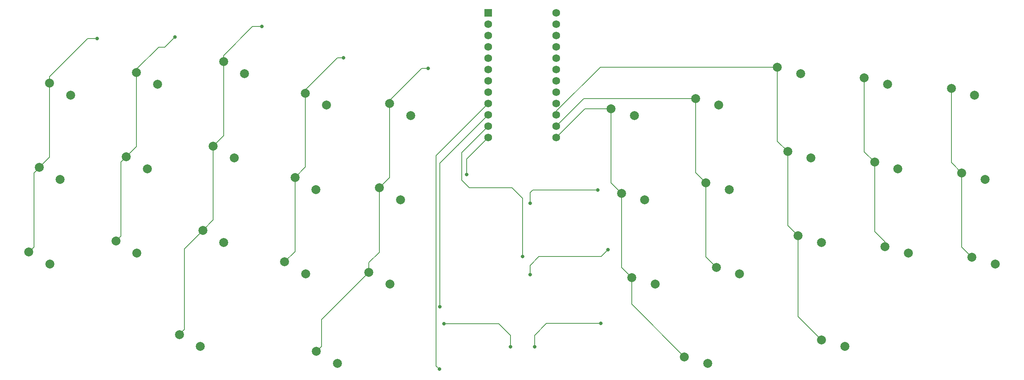
<source format=gbr>
G04 #@! TF.GenerationSoftware,KiCad,Pcbnew,(5.1.9)-1*
G04 #@! TF.CreationDate,2021-11-23T16:25:02-08:00*
G04 #@! TF.ProjectId,Claudia_choc,436c6175-6469-4615-9f63-686f632e6b69,rev?*
G04 #@! TF.SameCoordinates,Original*
G04 #@! TF.FileFunction,Copper,L2,Bot*
G04 #@! TF.FilePolarity,Positive*
%FSLAX46Y46*%
G04 Gerber Fmt 4.6, Leading zero omitted, Abs format (unit mm)*
G04 Created by KiCad (PCBNEW (5.1.9)-1) date 2021-11-23 16:25:02*
%MOMM*%
%LPD*%
G01*
G04 APERTURE LIST*
G04 #@! TA.AperFunction,ComponentPad*
%ADD10C,2.000000*%
G04 #@! TD*
G04 #@! TA.AperFunction,ComponentPad*
%ADD11C,1.752600*%
G04 #@! TD*
G04 #@! TA.AperFunction,ComponentPad*
%ADD12R,1.752600X1.752600*%
G04 #@! TD*
G04 #@! TA.AperFunction,ViaPad*
%ADD13C,0.800000*%
G04 #@! TD*
G04 #@! TA.AperFunction,Conductor*
%ADD14C,0.200000*%
G04 #@! TD*
G04 APERTURE END LIST*
D10*
X32079970Y-53591352D03*
X36786775Y-56285045D03*
X174330985Y-114932695D03*
X179549641Y-116407695D03*
X29758359Y-72499356D03*
X34465164Y-75193049D03*
X27436748Y-91407361D03*
X32143553Y-94101054D03*
X51568377Y-51185962D03*
X56275182Y-53879655D03*
X49246766Y-70093966D03*
X53953571Y-72787659D03*
X46925155Y-89001971D03*
X51631960Y-91695664D03*
X71056784Y-48780572D03*
X75763589Y-51474265D03*
X68735173Y-67688576D03*
X73441978Y-70382269D03*
X66413562Y-86596581D03*
X71120367Y-89290274D03*
X89384385Y-55829184D03*
X94091190Y-58522877D03*
X87062774Y-74737188D03*
X91769579Y-77430881D03*
X84741163Y-93645193D03*
X89447968Y-96338886D03*
X61148295Y-109941415D03*
X65855100Y-112635108D03*
X103649168Y-95966804D03*
X108355973Y-98660497D03*
X160233761Y-78277492D03*
X165452417Y-79752492D03*
X162555371Y-97185497D03*
X167774027Y-98660497D03*
X179141765Y-75955881D03*
X184360421Y-77430881D03*
X181463376Y-94863886D03*
X186682032Y-96338886D03*
X205056244Y-111160108D03*
X210274900Y-112635108D03*
X195147755Y-49999265D03*
X200366411Y-51474265D03*
X197469366Y-68907269D03*
X202688022Y-70382269D03*
X199790977Y-87815274D03*
X205009633Y-89290274D03*
X214636162Y-52404655D03*
X219854818Y-53879655D03*
X216957773Y-71312659D03*
X222176429Y-72787659D03*
X219279384Y-90220664D03*
X224498040Y-91695664D03*
X234124569Y-54810045D03*
X239343225Y-56285045D03*
X238767791Y-92626054D03*
X243986447Y-94101054D03*
X108292389Y-58150795D03*
X112999194Y-60844488D03*
X105970778Y-77058799D03*
X110677583Y-79752492D03*
X236446180Y-73718049D03*
X241664836Y-75193049D03*
X176820154Y-57047877D03*
X182038810Y-58522877D03*
X157912150Y-59369488D03*
X163130806Y-60844488D03*
X91873554Y-113714002D03*
X96580359Y-116407695D03*
D11*
X145643600Y-37820600D03*
X130403600Y-65760600D03*
X145643600Y-40360600D03*
X145643600Y-42900600D03*
X145643600Y-45440600D03*
X145643600Y-47980600D03*
X145643600Y-50520600D03*
X145643600Y-53060600D03*
X145643600Y-55600600D03*
X145643600Y-58140600D03*
X145643600Y-60680600D03*
X145643600Y-63220600D03*
X145643600Y-65760600D03*
X130403600Y-63220600D03*
X130403600Y-60680600D03*
X130403600Y-58140600D03*
X130403600Y-55600600D03*
X130403600Y-53060600D03*
X130403600Y-50520600D03*
X130403600Y-47980600D03*
X130403600Y-45440600D03*
X130403600Y-42900600D03*
X130403600Y-40360600D03*
D12*
X130403600Y-37820600D03*
D13*
X125552200Y-74091800D03*
X138099800Y-92430600D03*
X97950382Y-47934269D03*
X119557800Y-103682800D03*
X60134374Y-43291047D03*
X42729161Y-43613243D03*
X79622781Y-40885657D03*
X116858386Y-50255880D03*
X135382000Y-112687328D03*
X120421400Y-107492800D03*
X139792822Y-80518000D03*
X119430800Y-117703600D03*
X154935764Y-77546200D03*
X139725400Y-96520000D03*
X157226000Y-90932000D03*
X140741400Y-112687328D03*
X155600400Y-107467400D03*
D14*
X125552200Y-70612000D02*
X130403600Y-65760600D01*
X125552200Y-74091800D02*
X125552200Y-70612000D01*
X87062774Y-91323582D02*
X87062774Y-74737188D01*
X84741163Y-93645193D02*
X87062774Y-91323582D01*
X89384385Y-72415577D02*
X89384385Y-55829184D01*
X87062774Y-74737188D02*
X89384385Y-72415577D01*
X96582803Y-47934269D02*
X89384385Y-55132687D01*
X89384385Y-55132687D02*
X89384385Y-55829184D01*
X97950382Y-47934269D02*
X96582803Y-47934269D01*
X48041986Y-71298746D02*
X49246766Y-70093966D01*
X48041986Y-87885140D02*
X48041986Y-71298746D01*
X46925155Y-89001971D02*
X48041986Y-87885140D01*
X51568377Y-67772355D02*
X51568377Y-51185962D01*
X49246766Y-70093966D02*
X51568377Y-67772355D01*
X60134374Y-43291047D02*
X57857821Y-45567600D01*
X51568377Y-50489465D02*
X51568377Y-51185962D01*
X56490242Y-45567600D02*
X51568377Y-50489465D01*
X57857821Y-45567600D02*
X56490242Y-45567600D01*
X28553579Y-73704136D02*
X29758359Y-72499356D01*
X28553579Y-90290530D02*
X28553579Y-73704136D01*
X27436748Y-91407361D02*
X28553579Y-90290530D01*
X32079970Y-70177745D02*
X32079970Y-53591352D01*
X29758359Y-72499356D02*
X32079970Y-70177745D01*
X40643866Y-43613243D02*
X42729161Y-43613243D01*
X32079970Y-52177139D02*
X40643866Y-43613243D01*
X32079970Y-53591352D02*
X32079970Y-52177139D01*
X68735173Y-84274970D02*
X68735173Y-67688576D01*
X66413562Y-86596581D02*
X68735173Y-84274970D01*
X71056784Y-65366965D02*
X71056784Y-48780572D01*
X68735173Y-67688576D02*
X71056784Y-65366965D01*
X77537486Y-40885657D02*
X79622781Y-40885657D01*
X71056784Y-47366359D02*
X77537486Y-40885657D01*
X71056784Y-48780572D02*
X71056784Y-47366359D01*
X62265126Y-90745017D02*
X66413562Y-86596581D01*
X62265126Y-108824584D02*
X62265126Y-90745017D01*
X61148295Y-109941415D02*
X62265126Y-108824584D01*
X92990385Y-106625587D02*
X103649168Y-95966804D01*
X92990385Y-112597171D02*
X92990385Y-106625587D01*
X91873554Y-113714002D02*
X92990385Y-112597171D01*
X105970778Y-91481416D02*
X105970778Y-77058799D01*
X103649168Y-93803026D02*
X105970778Y-91481416D01*
X103649168Y-95966804D02*
X103649168Y-93803026D01*
X108292389Y-74737188D02*
X108292389Y-58150795D01*
X105970778Y-77058799D02*
X108292389Y-74737188D01*
X108292389Y-57454298D02*
X108292389Y-58150795D01*
X115490807Y-50255880D02*
X108292389Y-57454298D01*
X116858386Y-50255880D02*
X115490807Y-50255880D01*
X135382000Y-112687328D02*
X135382000Y-110109000D01*
X135382000Y-110109000D02*
X132765800Y-107492800D01*
X132765800Y-107492800D02*
X120421400Y-107492800D01*
X120421400Y-107492800D02*
X120421400Y-107492800D01*
X120421400Y-107492800D02*
X120421400Y-107492800D01*
X120421400Y-107492800D02*
X120421400Y-107492800D01*
X139792822Y-80518000D02*
X139792822Y-78113778D01*
X139792822Y-78113778D02*
X140360400Y-77546200D01*
X140360400Y-77546200D02*
X154935764Y-77546200D01*
X174330985Y-114932695D02*
X162509200Y-103110910D01*
X162509200Y-97231668D02*
X162555371Y-97185497D01*
X162509200Y-103110910D02*
X162509200Y-97231668D01*
X162555371Y-97185497D02*
X162745995Y-96994873D01*
X152034712Y-59369488D02*
X145643600Y-65760600D01*
X157912150Y-59369488D02*
X152034712Y-59369488D01*
X157912150Y-75955881D02*
X160233761Y-78277492D01*
X157912150Y-59369488D02*
X157912150Y-75955881D01*
X160233761Y-94863887D02*
X162555371Y-97185497D01*
X160233761Y-78277492D02*
X160233761Y-94863887D01*
X124434600Y-75336400D02*
X124434600Y-69189600D01*
X126117390Y-77019190D02*
X124434600Y-75336400D01*
X135700089Y-77019190D02*
X126117390Y-77019190D01*
X124434600Y-69189600D02*
X130403600Y-63220600D01*
X138099800Y-79418902D02*
X135700089Y-77019190D01*
X138099800Y-92430600D02*
X138099800Y-79418902D01*
X119557800Y-71526400D02*
X123799600Y-67284600D01*
X119557800Y-103682800D02*
X119557800Y-71526400D01*
X123799600Y-67284600D02*
X130403600Y-60680600D01*
X123647200Y-67437000D02*
X123799600Y-67284600D01*
X199790977Y-105894841D02*
X205056244Y-111160108D01*
X199790977Y-87815274D02*
X199790977Y-105894841D01*
X197469366Y-85493663D02*
X199790977Y-87815274D01*
X197469366Y-68907269D02*
X197469366Y-85493663D01*
X195147755Y-66585658D02*
X197469366Y-68907269D01*
X195147755Y-49999265D02*
X195147755Y-66585658D01*
X145643600Y-59881526D02*
X145643600Y-60680600D01*
X155525861Y-49999265D02*
X145643600Y-59881526D01*
X195147755Y-49999265D02*
X155525861Y-49999265D01*
X118694200Y-69850000D02*
X122783600Y-65760600D01*
X118694200Y-116967000D02*
X118694200Y-69850000D01*
X119430800Y-117703600D02*
X118694200Y-116967000D01*
X122783600Y-65760600D02*
X130403600Y-58140600D01*
X122428000Y-66116200D02*
X122783600Y-65760600D01*
X176820154Y-73634270D02*
X179141765Y-75955881D01*
X176820154Y-57047877D02*
X176820154Y-73634270D01*
X179141765Y-92542275D02*
X181463376Y-94863886D01*
X179141765Y-75955881D02*
X179141765Y-92542275D01*
X151816323Y-57047877D02*
X145643600Y-63220600D01*
X176820154Y-57047877D02*
X151816323Y-57047877D01*
X234124569Y-71396438D02*
X236446180Y-73718049D01*
X234124569Y-54810045D02*
X234124569Y-71396438D01*
X236446180Y-90304443D02*
X238767791Y-92626054D01*
X236446180Y-73718049D02*
X236446180Y-90304443D01*
X214636162Y-68991048D02*
X216957773Y-71312659D01*
X214636162Y-52404655D02*
X214636162Y-68991048D01*
X219279384Y-89171302D02*
X219279384Y-90220664D01*
X216957773Y-86849691D02*
X219279384Y-89171302D01*
X216957773Y-71312659D02*
X216957773Y-86849691D01*
X154935764Y-77546200D02*
X154935764Y-77546200D01*
X139725400Y-96520000D02*
X139725400Y-94488000D01*
X139725400Y-94488000D02*
X141732000Y-92481400D01*
X141732000Y-92481400D02*
X155676600Y-92481400D01*
X155676600Y-92481400D02*
X157226000Y-90932000D01*
X157226000Y-90932000D02*
X157226000Y-90932000D01*
X157226000Y-90932000D02*
X157226000Y-90932000D01*
X140741400Y-112687328D02*
X140741400Y-110159800D01*
X140741400Y-110159800D02*
X143433800Y-107467400D01*
X143433800Y-107467400D02*
X155600400Y-107467400D01*
X155600400Y-107467400D02*
X155600400Y-107467400D01*
X155600400Y-107467400D02*
X155600400Y-107467400D01*
M02*

</source>
